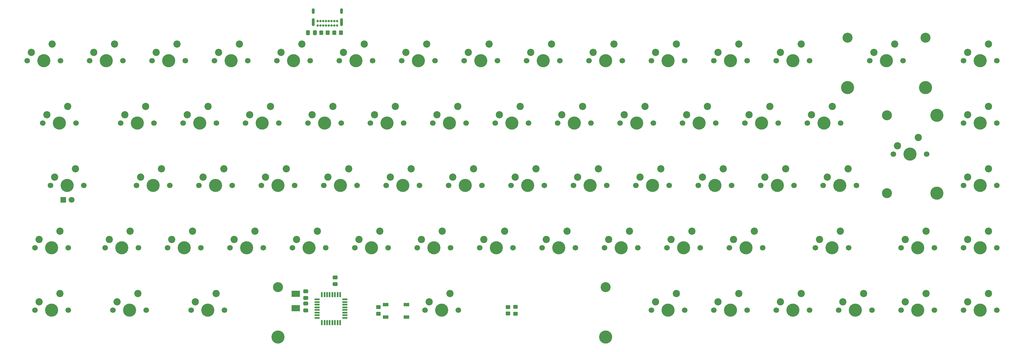
<source format=gbr>
%TF.GenerationSoftware,KiCad,Pcbnew,(6.0.4)*%
%TF.CreationDate,2022-03-24T02:10:14+00:00*%
%TF.ProjectId,kbd,6b62642e-6b69-4636-9164-5f7063625858,rev?*%
%TF.SameCoordinates,Original*%
%TF.FileFunction,Soldermask,Top*%
%TF.FilePolarity,Negative*%
%FSLAX46Y46*%
G04 Gerber Fmt 4.6, Leading zero omitted, Abs format (unit mm)*
G04 Created by KiCad (PCBNEW (6.0.4)) date 2022-03-24 02:10:14*
%MOMM*%
%LPD*%
G01*
G04 APERTURE LIST*
G04 Aperture macros list*
%AMRoundRect*
0 Rectangle with rounded corners*
0 $1 Rounding radius*
0 $2 $3 $4 $5 $6 $7 $8 $9 X,Y pos of 4 corners*
0 Add a 4 corners polygon primitive as box body*
4,1,4,$2,$3,$4,$5,$6,$7,$8,$9,$2,$3,0*
0 Add four circle primitives for the rounded corners*
1,1,$1+$1,$2,$3*
1,1,$1+$1,$4,$5*
1,1,$1+$1,$6,$7*
1,1,$1+$1,$8,$9*
0 Add four rect primitives between the rounded corners*
20,1,$1+$1,$2,$3,$4,$5,0*
20,1,$1+$1,$4,$5,$6,$7,0*
20,1,$1+$1,$6,$7,$8,$9,0*
20,1,$1+$1,$8,$9,$2,$3,0*%
G04 Aperture macros list end*
%ADD10C,2.200000*%
%ADD11C,3.050000*%
%ADD12C,1.700000*%
%ADD13C,4.000000*%
%ADD14R,1.600000X0.550000*%
%ADD15R,0.550000X1.600000*%
%ADD16C,1.800000*%
%ADD17R,1.800000X1.800000*%
%ADD18R,2.500000X1.900000*%
%ADD19RoundRect,0.250000X-0.350000X-0.450000X0.350000X-0.450000X0.350000X0.450000X-0.350000X0.450000X0*%
%ADD20RoundRect,0.250000X0.337500X0.475000X-0.337500X0.475000X-0.337500X-0.475000X0.337500X-0.475000X0*%
%ADD21R,1.700000X1.000000*%
%ADD22RoundRect,0.250000X-0.475000X0.337500X-0.475000X-0.337500X0.475000X-0.337500X0.475000X0.337500X0*%
%ADD23RoundRect,0.250000X-0.450000X0.350000X-0.450000X-0.350000X0.450000X-0.350000X0.450000X0.350000X0*%
%ADD24RoundRect,0.250000X-0.450000X0.325000X-0.450000X-0.325000X0.450000X-0.325000X0.450000X0.325000X0*%
%ADD25RoundRect,0.250000X0.450000X-0.350000X0.450000X0.350000X-0.450000X0.350000X-0.450000X-0.350000X0*%
%ADD26RoundRect,0.250000X0.475000X-0.337500X0.475000X0.337500X-0.475000X0.337500X-0.475000X-0.337500X0*%
%ADD27C,0.700000*%
%ADD28O,0.900000X2.400000*%
%ADD29O,0.900000X1.700000*%
G04 APERTURE END LIST*
D10*
%TO.C,SW26*%
X146479500Y-132660000D03*
X152829500Y-130120000D03*
D11*
X100289500Y-128200000D03*
X200289500Y-128200000D03*
D12*
X155369500Y-135200000D03*
D13*
X200289500Y-143440000D03*
X150289500Y-135200000D03*
X100289500Y-143440000D03*
D12*
X145209500Y-135200000D03*
%TD*%
%TO.C,SW51*%
X176805000Y-78050000D03*
X166645000Y-78050000D03*
D13*
X171725000Y-78050000D03*
D10*
X174265000Y-72970000D03*
X167915000Y-75510000D03*
%TD*%
D14*
%TO.C,U2*%
X112250000Y-131950000D03*
X112250000Y-132750000D03*
X112250000Y-133550000D03*
X112250000Y-134350000D03*
X112250000Y-135150000D03*
X112250000Y-135950000D03*
X112250000Y-136750000D03*
X112250000Y-137550000D03*
D15*
X113700000Y-139000000D03*
X114500000Y-139000000D03*
X115300000Y-139000000D03*
X116100000Y-139000000D03*
X116900000Y-139000000D03*
X117700000Y-139000000D03*
X118500000Y-139000000D03*
X119300000Y-139000000D03*
D14*
X120750000Y-137550000D03*
X120750000Y-136750000D03*
X120750000Y-135950000D03*
X120750000Y-135150000D03*
X120750000Y-134350000D03*
X120750000Y-133550000D03*
X120750000Y-132750000D03*
X120750000Y-131950000D03*
D15*
X119300000Y-130500000D03*
X118500000Y-130500000D03*
X117700000Y-130500000D03*
X116900000Y-130500000D03*
X116100000Y-130500000D03*
X115300000Y-130500000D03*
X114500000Y-130500000D03*
X113700000Y-130500000D03*
%TD*%
D13*
%TO.C,SW68*%
X314597500Y-135200000D03*
D12*
X309517500Y-135200000D03*
X319677500Y-135200000D03*
D10*
X317137500Y-130120000D03*
X310787500Y-132660000D03*
%TD*%
D13*
%TO.C,SW66*%
X214587600Y-97100000D03*
D12*
X209507600Y-97100000D03*
X219667600Y-97100000D03*
D10*
X217127600Y-92020000D03*
X210777600Y-94560000D03*
%TD*%
D13*
%TO.C,SW6*%
X219350000Y-59000000D03*
D12*
X214270000Y-59000000D03*
X224430000Y-59000000D03*
D10*
X221890000Y-53920000D03*
X215540000Y-56460000D03*
%TD*%
D12*
%TO.C,SW59*%
X190457600Y-97100000D03*
D13*
X195537600Y-97100000D03*
D12*
X200617600Y-97100000D03*
D10*
X198077600Y-92020000D03*
X191727600Y-94560000D03*
%TD*%
D12*
%TO.C,SW32*%
X114892600Y-116150000D03*
D13*
X109812600Y-116150000D03*
D12*
X104732600Y-116150000D03*
D10*
X112352600Y-111070000D03*
X106002600Y-113610000D03*
%TD*%
D13*
%TO.C,SW23*%
X95525000Y-78050000D03*
D12*
X100605000Y-78050000D03*
X90445000Y-78050000D03*
D10*
X98065000Y-72970000D03*
X91715000Y-75510000D03*
%TD*%
D16*
%TO.C,D71*%
X37290000Y-101500000D03*
D17*
X34750000Y-101500000D03*
%TD*%
D13*
%TO.C,SW8*%
X47900000Y-59000000D03*
D12*
X42820000Y-59000000D03*
X52980000Y-59000000D03*
D10*
X50440000Y-53920000D03*
X44090000Y-56460000D03*
%TD*%
D12*
%TO.C,SW53*%
X172042600Y-116150000D03*
D13*
X166962600Y-116150000D03*
D12*
X161882600Y-116150000D03*
D10*
X169502600Y-111070000D03*
X163152600Y-113610000D03*
%TD*%
D18*
%TO.C,Y1*%
X105750000Y-134612500D03*
X105750000Y-130212500D03*
%TD*%
D19*
%TO.C,R4*%
X117500000Y-50500000D03*
X119500000Y-50500000D03*
%TD*%
D13*
%TO.C,SW27*%
X224112600Y-116150000D03*
D12*
X229192600Y-116150000D03*
X219032600Y-116150000D03*
D10*
X226652600Y-111070000D03*
X220302600Y-113610000D03*
%TD*%
D12*
%TO.C,SW36*%
X129180000Y-59000000D03*
D13*
X124100000Y-59000000D03*
D12*
X119020000Y-59000000D03*
D10*
X126640000Y-53920000D03*
X120290000Y-56460000D03*
%TD*%
D20*
%TO.C,C1*%
X111537500Y-50500000D03*
X109462500Y-50500000D03*
%TD*%
D13*
%TO.C,SW47*%
X257447500Y-135200000D03*
D12*
X262527500Y-135200000D03*
X252367500Y-135200000D03*
D10*
X259987500Y-130120000D03*
X253637500Y-132660000D03*
%TD*%
D12*
%TO.C,SW39*%
X133942600Y-116150000D03*
D13*
X128862600Y-116150000D03*
D12*
X123782600Y-116150000D03*
D10*
X131402600Y-111070000D03*
X125052600Y-113610000D03*
%TD*%
D13*
%TO.C,SW5*%
X31231300Y-135200000D03*
D12*
X36311300Y-135200000D03*
X26151300Y-135200000D03*
D10*
X33771300Y-130120000D03*
X27421300Y-132660000D03*
%TD*%
D12*
%TO.C,SW18*%
X76792600Y-116150000D03*
X66632600Y-116150000D03*
D13*
X71712600Y-116150000D03*
D10*
X74252600Y-111070000D03*
X67902600Y-113610000D03*
%TD*%
D12*
%TO.C,SW1*%
X33930000Y-59000000D03*
X23770000Y-59000000D03*
D13*
X28850000Y-59000000D03*
D10*
X31390000Y-53920000D03*
X25040000Y-56460000D03*
%TD*%
D12*
%TO.C,SW3*%
X41072400Y-97100000D03*
X30912400Y-97100000D03*
D13*
X35992400Y-97100000D03*
D10*
X38532400Y-92020000D03*
X32182400Y-94560000D03*
%TD*%
D12*
%TO.C,SW55*%
X233320000Y-59000000D03*
X243480000Y-59000000D03*
D13*
X238400000Y-59000000D03*
D10*
X240940000Y-53920000D03*
X234590000Y-56460000D03*
%TD*%
D11*
%TO.C,SW35*%
X297925000Y-52000000D03*
D13*
X286025000Y-59000000D03*
D11*
X274125000Y-52000000D03*
D13*
X297925000Y-67240000D03*
X274125000Y-67240000D03*
D12*
X280945000Y-59000000D03*
X291105000Y-59000000D03*
D10*
X288565000Y-53920000D03*
X282215000Y-56460000D03*
%TD*%
D21*
%TO.C,SW70*%
X133200000Y-137300000D03*
X139500000Y-137300000D03*
X139500000Y-133500000D03*
X133200000Y-133500000D03*
%TD*%
D12*
%TO.C,SW41*%
X257767600Y-97100000D03*
D13*
X252687600Y-97100000D03*
D12*
X247607600Y-97100000D03*
D10*
X255227600Y-92020000D03*
X248877600Y-94560000D03*
%TD*%
D12*
%TO.C,SW54*%
X271417500Y-135200000D03*
D13*
X276497500Y-135200000D03*
D12*
X281577500Y-135200000D03*
D10*
X279037500Y-130120000D03*
X272687500Y-132660000D03*
%TD*%
D12*
%TO.C,SW13*%
X223795000Y-78050000D03*
X233955000Y-78050000D03*
D13*
X228875000Y-78050000D03*
D10*
X231415000Y-72970000D03*
X225065000Y-75510000D03*
%TD*%
D13*
%TO.C,SW63*%
X314597500Y-116150000D03*
D12*
X319677500Y-116150000D03*
X309517500Y-116150000D03*
D10*
X317137500Y-111070000D03*
X310787500Y-113610000D03*
%TD*%
D12*
%TO.C,SW44*%
X147595000Y-78050000D03*
D13*
X152675000Y-78050000D03*
D12*
X157755000Y-78050000D03*
D10*
X155215000Y-72970000D03*
X148865000Y-75510000D03*
%TD*%
D13*
%TO.C,SW16*%
X76475000Y-78050000D03*
D12*
X81555000Y-78050000D03*
X71395000Y-78050000D03*
D10*
X79015000Y-72970000D03*
X72665000Y-75510000D03*
%TD*%
D12*
%TO.C,SW12*%
X60122400Y-135200000D03*
X49962400Y-135200000D03*
D13*
X55042400Y-135200000D03*
D10*
X57582400Y-130120000D03*
X51232400Y-132660000D03*
%TD*%
D12*
%TO.C,SW17*%
X86317600Y-97100000D03*
D13*
X81237600Y-97100000D03*
D12*
X76157600Y-97100000D03*
D10*
X83777600Y-92020000D03*
X77427600Y-94560000D03*
%TD*%
D12*
%TO.C,SW19*%
X83933500Y-135200000D03*
D13*
X78853500Y-135200000D03*
D12*
X73773500Y-135200000D03*
D10*
X81393500Y-130120000D03*
X75043500Y-132660000D03*
%TD*%
D12*
%TO.C,SW11*%
X57742600Y-116150000D03*
X47582600Y-116150000D03*
D13*
X52662600Y-116150000D03*
D10*
X55202600Y-111070000D03*
X48852600Y-113610000D03*
%TD*%
D22*
%TO.C,C4*%
X117750000Y-125212500D03*
X117750000Y-127287500D03*
%TD*%
D12*
%TO.C,SW28*%
X298247000Y-87575000D03*
D13*
X301407000Y-75675000D03*
X301407000Y-99475000D03*
X293167000Y-87575000D03*
D11*
X286167000Y-75675000D03*
X286167000Y-99475000D03*
D12*
X288087000Y-87575000D03*
D10*
X295707000Y-82495000D03*
X289357000Y-85035000D03*
%TD*%
D23*
%TO.C,R1*%
X170500000Y-134250000D03*
X170500000Y-136250000D03*
%TD*%
D24*
%TO.C,D70*%
X172750000Y-134225000D03*
X172750000Y-136275000D03*
%TD*%
D13*
%TO.C,SW50*%
X162200000Y-59000000D03*
D12*
X157120000Y-59000000D03*
X167280000Y-59000000D03*
D10*
X164740000Y-53920000D03*
X158390000Y-56460000D03*
%TD*%
D12*
%TO.C,SW42*%
X309517500Y-59000000D03*
X319677500Y-59000000D03*
D13*
X314597500Y-59000000D03*
D10*
X317137500Y-53920000D03*
X310787500Y-56460000D03*
%TD*%
D12*
%TO.C,SW60*%
X180932600Y-116150000D03*
D13*
X186012600Y-116150000D03*
D12*
X191092600Y-116150000D03*
D10*
X188552600Y-111070000D03*
X182202600Y-113610000D03*
%TD*%
D12*
%TO.C,SW24*%
X105367600Y-97100000D03*
X95207600Y-97100000D03*
D13*
X100287600Y-97100000D03*
D10*
X102827600Y-92020000D03*
X96477600Y-94560000D03*
%TD*%
D12*
%TO.C,SW45*%
X152357600Y-97100000D03*
D13*
X157437600Y-97100000D03*
D12*
X162517600Y-97100000D03*
D10*
X159977600Y-92020000D03*
X153627600Y-94560000D03*
%TD*%
D12*
%TO.C,SW37*%
X138705000Y-78050000D03*
X128545000Y-78050000D03*
D13*
X133625000Y-78050000D03*
D10*
X136165000Y-72970000D03*
X129815000Y-75510000D03*
%TD*%
D12*
%TO.C,SW49*%
X319677500Y-78050000D03*
X309517500Y-78050000D03*
D13*
X314597500Y-78050000D03*
D10*
X317137500Y-72970000D03*
X310787500Y-75510000D03*
%TD*%
D12*
%TO.C,SW29*%
X99970000Y-59000000D03*
X110130000Y-59000000D03*
D13*
X105050000Y-59000000D03*
D10*
X107590000Y-53920000D03*
X101240000Y-56460000D03*
%TD*%
D13*
%TO.C,SW10*%
X62187600Y-97100000D03*
D12*
X67267600Y-97100000D03*
X57107600Y-97100000D03*
D10*
X64727600Y-92020000D03*
X58377600Y-94560000D03*
%TD*%
D12*
%TO.C,SW30*%
X119655000Y-78050000D03*
X109495000Y-78050000D03*
D13*
X114575000Y-78050000D03*
D10*
X117115000Y-72970000D03*
X110765000Y-75510000D03*
%TD*%
D12*
%TO.C,SW15*%
X72030000Y-59000000D03*
X61870000Y-59000000D03*
D13*
X66950000Y-59000000D03*
D10*
X69490000Y-53920000D03*
X63140000Y-56460000D03*
%TD*%
D12*
%TO.C,SW31*%
X124417600Y-97100000D03*
D13*
X119337600Y-97100000D03*
D12*
X114257600Y-97100000D03*
D10*
X121877600Y-92020000D03*
X115527600Y-94560000D03*
%TD*%
D12*
%TO.C,SW4*%
X36311300Y-116150000D03*
D13*
X31231300Y-116150000D03*
D12*
X26151300Y-116150000D03*
D10*
X33771300Y-111070000D03*
X27421300Y-113610000D03*
%TD*%
D12*
%TO.C,SW61*%
X300627500Y-135200000D03*
D13*
X295547500Y-135200000D03*
D12*
X290467500Y-135200000D03*
D10*
X298087500Y-130120000D03*
X291737500Y-132660000D03*
%TD*%
D25*
%TO.C,R2*%
X130950000Y-136300000D03*
X130950000Y-134300000D03*
%TD*%
D13*
%TO.C,SW58*%
X190775000Y-78050000D03*
D12*
X185695000Y-78050000D03*
X195855000Y-78050000D03*
D10*
X193315000Y-72970000D03*
X186965000Y-75510000D03*
%TD*%
D22*
%TO.C,C3*%
X108750000Y-133212500D03*
X108750000Y-135287500D03*
%TD*%
D12*
%TO.C,SW40*%
X243477500Y-135200000D03*
X233317500Y-135200000D03*
D13*
X238397500Y-135200000D03*
D10*
X240937500Y-130120000D03*
X234587500Y-132660000D03*
%TD*%
D13*
%TO.C,SW21*%
X295550600Y-116150000D03*
D12*
X290470600Y-116150000D03*
X300630600Y-116150000D03*
D10*
X298090600Y-111070000D03*
X291740600Y-113610000D03*
%TD*%
D12*
%TO.C,SW56*%
X309517500Y-97100000D03*
X319677500Y-97100000D03*
D13*
X314597500Y-97100000D03*
D10*
X317137500Y-92020000D03*
X310787500Y-94560000D03*
%TD*%
D13*
%TO.C,SW69*%
X266975000Y-78050000D03*
D12*
X272055000Y-78050000D03*
X261895000Y-78050000D03*
D10*
X269515000Y-72970000D03*
X263165000Y-75510000D03*
%TD*%
D13*
%TO.C,SW48*%
X247925000Y-78050000D03*
D12*
X242845000Y-78050000D03*
X253005000Y-78050000D03*
D10*
X250465000Y-72970000D03*
X244115000Y-75510000D03*
%TD*%
D12*
%TO.C,SW9*%
X62505000Y-78050000D03*
D13*
X57425000Y-78050000D03*
D12*
X52345000Y-78050000D03*
D10*
X59965000Y-72970000D03*
X53615000Y-75510000D03*
%TD*%
D12*
%TO.C,SW43*%
X148230000Y-59000000D03*
D13*
X143150000Y-59000000D03*
D12*
X138070000Y-59000000D03*
D10*
X145690000Y-53920000D03*
X139340000Y-56460000D03*
%TD*%
D12*
%TO.C,SW22*%
X80920000Y-59000000D03*
X91080000Y-59000000D03*
D13*
X86000000Y-59000000D03*
D10*
X88540000Y-53920000D03*
X82190000Y-56460000D03*
%TD*%
D12*
%TO.C,SW62*%
X262530000Y-59000000D03*
X252370000Y-59000000D03*
D13*
X257450000Y-59000000D03*
D10*
X259990000Y-53920000D03*
X253640000Y-56460000D03*
%TD*%
D12*
%TO.C,SW14*%
X274436600Y-116150000D03*
X264276600Y-116150000D03*
D13*
X269356600Y-116150000D03*
D10*
X271896600Y-111070000D03*
X265546600Y-113610000D03*
%TD*%
D12*
%TO.C,SW25*%
X85682600Y-116150000D03*
D13*
X90762600Y-116150000D03*
D12*
X95842600Y-116150000D03*
D10*
X93302600Y-111070000D03*
X86952600Y-113610000D03*
%TD*%
D12*
%TO.C,SW34*%
X248242600Y-116150000D03*
D13*
X243162600Y-116150000D03*
D12*
X238082600Y-116150000D03*
D10*
X245702600Y-111070000D03*
X239352600Y-113610000D03*
%TD*%
D13*
%TO.C,SW7*%
X271737600Y-97100000D03*
D12*
X266657600Y-97100000D03*
X276817600Y-97100000D03*
D10*
X274277600Y-92020000D03*
X267927600Y-94560000D03*
%TD*%
D12*
%TO.C,SW65*%
X204745000Y-78050000D03*
D13*
X209825000Y-78050000D03*
D12*
X214905000Y-78050000D03*
D10*
X212365000Y-72970000D03*
X206015000Y-75510000D03*
%TD*%
D13*
%TO.C,SW57*%
X181250000Y-59000000D03*
D12*
X176170000Y-59000000D03*
X186330000Y-59000000D03*
D10*
X183790000Y-53920000D03*
X177440000Y-56460000D03*
%TD*%
D26*
%TO.C,C2*%
X108750000Y-131500000D03*
X108750000Y-129425000D03*
%TD*%
D13*
%TO.C,SW46*%
X147912600Y-116150000D03*
D12*
X142832600Y-116150000D03*
X152992600Y-116150000D03*
D10*
X150452600Y-111070000D03*
X144102600Y-113610000D03*
%TD*%
D19*
%TO.C,R3*%
X113500000Y-50500000D03*
X115500000Y-50500000D03*
%TD*%
D13*
%TO.C,SW67*%
X205062600Y-116150000D03*
D12*
X199982600Y-116150000D03*
X210142600Y-116150000D03*
D10*
X207602600Y-111070000D03*
X201252600Y-113610000D03*
%TD*%
D12*
%TO.C,SW33*%
X224427500Y-135200000D03*
D13*
X219347500Y-135200000D03*
D12*
X214267500Y-135200000D03*
D10*
X221887500Y-130120000D03*
X215537500Y-132660000D03*
%TD*%
D12*
%TO.C,SW64*%
X195220000Y-59000000D03*
X205380000Y-59000000D03*
D13*
X200300000Y-59000000D03*
D10*
X202840000Y-53920000D03*
X196490000Y-56460000D03*
%TD*%
D12*
%TO.C,SW2*%
X38692500Y-78050000D03*
X28532500Y-78050000D03*
D13*
X33612500Y-78050000D03*
D10*
X36152500Y-72970000D03*
X29802500Y-75510000D03*
%TD*%
D13*
%TO.C,SW38*%
X138387600Y-97100000D03*
D12*
X143467600Y-97100000D03*
X133307600Y-97100000D03*
D10*
X140927600Y-92020000D03*
X134577600Y-94560000D03*
%TD*%
D12*
%TO.C,SW20*%
X238717600Y-97100000D03*
D13*
X233637600Y-97100000D03*
D12*
X228557600Y-97100000D03*
D10*
X236177600Y-92020000D03*
X229827600Y-94560000D03*
%TD*%
D13*
%TO.C,SW52*%
X176487600Y-97100000D03*
D12*
X181567600Y-97100000D03*
X171407600Y-97100000D03*
D10*
X179027600Y-92020000D03*
X172677600Y-94560000D03*
%TD*%
D27*
%TO.C,J2*%
X112425000Y-48225000D03*
X113275000Y-48225000D03*
X114125000Y-48225000D03*
X114975000Y-48225000D03*
X115825000Y-48225000D03*
X116675000Y-48225000D03*
X117525000Y-48225000D03*
X118375000Y-48225000D03*
X118375000Y-46875000D03*
X117525000Y-46875000D03*
X116675000Y-46875000D03*
X115825000Y-46875000D03*
X114975000Y-46875000D03*
X114125000Y-46875000D03*
X113275000Y-46875000D03*
X112425000Y-46875000D03*
D28*
X111075000Y-47245000D03*
X119725000Y-47245000D03*
D29*
X111075000Y-43865000D03*
X119725000Y-43865000D03*
%TD*%
M02*

</source>
